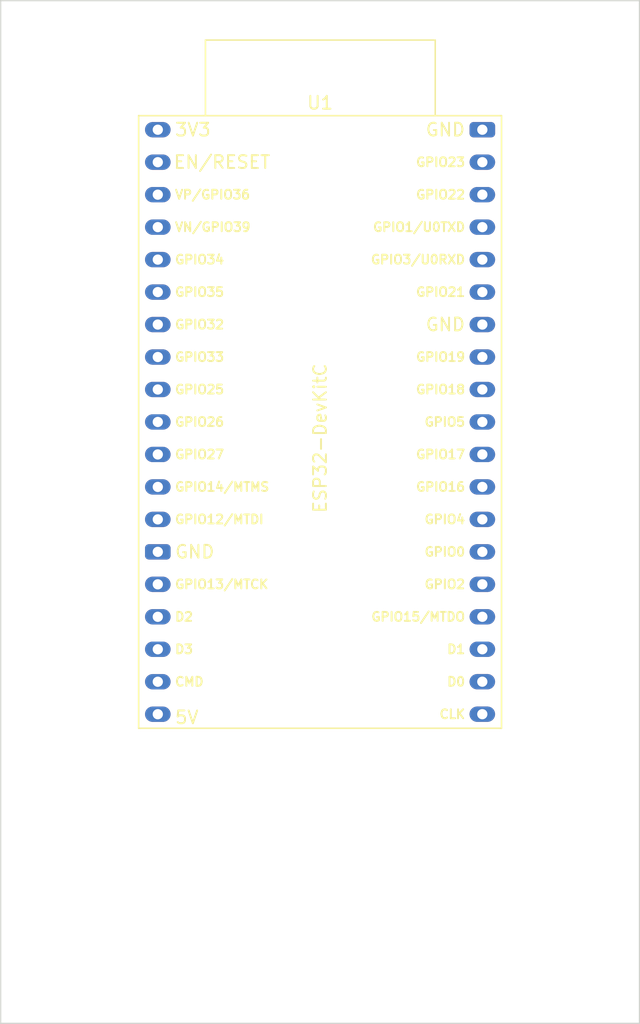
<source format=kicad_pcb>
(kicad_pcb (version 20211014) (generator pcbnew)
  (layers (0 "F.Cu" signal) (31 "B.Cu" signal) (34 "B.Paste" user) (35 "F.Paste" user) (36 "B.SilkS" user "B.Silkscreen") (37 "F.SilkS" user "F.Silkscreen") (38 "B.Mask" user) (39 "F.Mask" user) (44 "Edge.Cuts" user))
  (net 0 "")
  (net 14 "GND")
  (net 19 "+5V")
  (footprint "Espressif:ESP32-DevKitC" (layer "F.Cu") (at 127.29632 70.09384)
    (fp_text reference "U1" (at 12.70368 -2.09728) (layer "F.SilkS"))
    (fp_text value "ESP32-DevKitC" (at 12.70368 24.13272 90) (layer "F.SilkS"))
    (fp_text user "GND" (at 1.27368 33.02272 unlocked) (layer "F.SilkS") (effects (justify left)))
    (fp_text user "GND" (at 24.13368 0.00272 unlocked) (layer "F.SilkS") (effects (justify right)))
    (fp_text user "CMD" (at 1.27368 43.18272 unlocked) (layer "F.SilkS") (effects (font (size 0.7 0.7)) (justify left)))
    (fp_text user "D0" (at 24.13368 43.18272 unlocked) (layer "F.SilkS") (effects (font (size 0.7 0.7)) (justify right)))
    (fp_text user "D1" (at 24.13368 40.64272 unlocked) (layer "F.SilkS") (effects (font (size 0.7 0.7)) (justify right)))
    (fp_text user "GPIO27" (at 1.27368 25.40272 unlocked) (layer "F.SilkS") (effects (font (size 0.7 0.7)) (justify left)))
    (fp_text user "GPIO2" (at 24.13368 35.56272 unlocked) (layer "F.SilkS") (effects (font (size 0.7 0.7)) (justify right)))
    (fp_text user "GPIO17" (at 24.13368 25.40272 unlocked) (layer "F.SilkS") (effects (font (size 0.7 0.7)) (justify right)))
    (fp_text user "GPIO21" (at 24.13368 12.70272 unlocked) (layer "F.SilkS") (effects (font (size 0.7 0.7)) (justify right)))
    (fp_text user "VN/GPIO39" (at 1.27368 7.62272 unlocked) (layer "F.SilkS") (effects (font (size 0.7 0.7)) (justify left)))
    (fp_text user "GPIO14/MTMS" (at 1.27368 27.94272 unlocked) (layer "F.SilkS") (effects (font (size 0.7 0.7)) (justify left)))
    (fp_text user "GPIO16" (at 24.13368 27.94272 unlocked) (layer "F.SilkS") (effects (font (size 0.7 0.7)) (justify right)))
    (fp_text user "GPIO13/MTCK" (at 1.27368 35.56272 unlocked) (layer "F.SilkS") (effects (font (size 0.7 0.7)) (justify left)))
    (fp_text user "GPIO1/U0TXD" (at 24.13368 7.62272 unlocked) (layer "F.SilkS") (effects (font (size 0.7 0.7)) (justify right)))
    (fp_text user "VP/GPIO36" (at 1.27368 5.08272 unlocked) (layer "F.SilkS") (effects (font (size 0.7 0.7)) (justify left)))
    (fp_text user "3V3" (at 1.27368 0.00272 unlocked) (layer "F.SilkS") (effects (justify left)))
    (fp_text user "GPIO25" (at 1.27368 20.32272 unlocked) (layer "F.SilkS") (effects (font (size 0.7 0.7)) (justify left)))
    (fp_text user "GPIO18" (at 24.13368 20.32272 unlocked) (layer "F.SilkS") (effects (font (size 0.7 0.7)) (justify right)))
    (fp_text user "D2" (at 1.27368 38.10272 unlocked) (layer "F.SilkS") (effects (font (size 0.7 0.7)) (justify left)))
    (fp_text user "GPIO33" (at 1.27368 17.78272 unlocked) (layer "F.SilkS") (effects (font (size 0.7 0.7)) (justify left)))
    (fp_text user "GPIO3/U0RXD" (at 24.13368 10.16272 unlocked) (layer "F.SilkS") (effects (font (size 0.7 0.7)) (justify right)))
    (fp_text user "GPIO35" (at 1.27368 12.70272 unlocked) (layer "F.SilkS") (effects (font (size 0.7 0.7)) (justify left)))
    (fp_text user "GPIO19" (at 24.13368 17.78272 unlocked) (layer "F.SilkS") (effects (font (size 0.7 0.7)) (justify right)))
    (fp_text user "GPIO23" (at 24.13368 2.54272 unlocked) (layer "F.SilkS") (effects (font (size 0.7 0.7)) (justify right)))
    (fp_text user "GPIO34" (at 1.27368 10.16272 unlocked) (layer "F.SilkS") (effects (font (size 0.7 0.7)) (justify left)))
    (fp_text user "GPIO22" (at 24.13368 5.08272 unlocked) (layer "F.SilkS") (effects (font (size 0.7 0.7)) (justify right)))
    (fp_text user "5V" (at 1.27 45.974 unlocked) (layer "F.SilkS") (effects (justify left)))
    (fp_text user "GPIO32" (at 1.27368 15.24272 unlocked) (layer "F.SilkS") (effects (font (size 0.7 0.7)) (justify left)))
    (fp_text user "EN/RESET" (at 8.89 2.54 unlocked) (layer "F.SilkS") (effects (justify right)))
    (fp_text user "GPIO26" (at 1.27368 22.86272 unlocked) (layer "F.SilkS") (effects (font (size 0.7 0.7)) (justify left)))
    (fp_text user "GPIO5" (at 24.13368 22.86272 unlocked) (layer "F.SilkS") (effects (font (size 0.7 0.7)) (justify right)))
    (fp_text user "CLK" (at 24.13368 45.72272 unlocked) (layer "F.SilkS") (effects (font (size 0.7 0.7)) (justify right)))
    (fp_text user "GPIO4" (at 24.13368 30.48272 unlocked) (layer "F.SilkS") (effects (font (size 0.7 0.7)) (justify right)))
    (fp_text user "GPIO12/MTDI" (at 1.27368 30.48272 unlocked) (layer "F.SilkS") (effects (font (size 0.7 0.7)) (justify left)))
    (fp_text user "GND" (at 24.13368 15.24272 unlocked) (layer "F.SilkS") (effects (justify right)))
    (fp_text user "GPIO15/MTDO" (at 24.13368 38.10272 unlocked) (layer "F.SilkS") (effects (font (size 0.7 0.7)) (justify right)))
    (fp_text user "GPIO0" (at 24.13368 33.02272 unlocked) (layer "F.SilkS") (effects (font (size 0.7 0.7)) (justify right)))
    (fp_text user "D3" (at 1.27368 40.64272 unlocked) (layer "F.SilkS") (effects (font (size 0.7 0.7)) (justify left)))
    (fp_line (start 26.903679 46.82272) (end 26.90368 -1.09728) (layer "F.SilkS") (width 0.12))
    (fp_line (start -1.49632 46.82272) (end 26.903679 46.82272) (layer "F.SilkS") (width 0.12))
    (fp_line (start 21.717 -7.0104) (end 21.717 -1.1176) (layer "F.SilkS") (width 0.12))
    (fp_line (start 3.7338 -7.0104) (end 21.717 -7.0104) (layer "F.SilkS") (width 0.12))
    (fp_line (start 3.7338 -1.1176) (end 3.7338 -7.0104) (layer "F.SilkS") (width 0.12))
    (fp_line (start 26.90368 -1.09728) (end -1.496319 -1.09728) (layer "F.SilkS") (width 0.12))
    (fp_line (start -1.496319 -1.09728) (end -1.49632 46.82272) (layer "F.SilkS") (width 0.12))
    (pad "1" thru_hole oval locked (at 0.00368 0.00272 270) (size 1.2 2) (drill 0.8) (layers *.Cu *.Mask))
    (pad "2" thru_hole oval locked (at 0.00368 2.54272 270) (size 1.2 2) (drill 0.8) (layers *.Cu *.Mask))
    (pad "3" thru_hole oval locked (at 0.00368 5.08272 270) (size 1.2 2) (drill 0.8) (layers *.Cu *.Mask))
    (pad "4" thru_hole oval locked (at 0.00368 7.62272 270) (size 1.2 2) (drill 0.8) (layers *.Cu *.Mask))
    (pad "5" thru_hole oval locked (at 0.00368 10.16272 270) (size 1.2 2) (drill 0.8) (layers *.Cu *.Mask))
    (pad "6" thru_hole oval locked (at 0.00368 12.70272 270) (size 1.2 2) (drill 0.8) (layers *.Cu *.Mask))
    (pad "7" thru_hole oval locked (at 0.00368 15.24272 270) (size 1.2 2) (drill 0.8) (layers *.Cu *.Mask))
    (pad "8" thru_hole oval locked (at 0.00368 17.78272 270) (size 1.2 2) (drill 0.8) (layers *.Cu *.Mask))
    (pad "9" thru_hole oval locked (at 0.00368 20.32272 270) (size 1.2 2) (drill 0.8) (layers *.Cu *.Mask))
    (pad "10" thru_hole oval locked (at 0.00368 22.86272 270) (size 1.2 2) (drill 0.8) (layers *.Cu *.Mask))
    (pad "11" thru_hole oval locked (at 0.00368 25.40272 270) (size 1.2 2) (drill 0.8) (layers *.Cu *.Mask))
    (pad "12" thru_hole oval locked (at 0.00368 27.94272 270) (size 1.2 2) (drill 0.8) (layers *.Cu *.Mask))
    (pad "13" thru_hole oval locked (at 0.00368 30.48272 270) (size 1.2 2) (drill 0.8) (layers *.Cu *.Mask))
    (pad "14" thru_hole roundrect locked (at 0.00368 33.02272 270) (size 1.2 2) (drill 0.8) (layers *.Cu *.Mask) (net 14 "GND"))
    (pad "15" thru_hole oval locked (at 0.00368 35.56272 270) (size 1.2 2) (drill 0.8) (layers *.Cu *.Mask))
    (pad "16" thru_hole oval locked (at 0.00368 38.10272 270) (size 1.2 2) (drill 0.8) (layers *.Cu *.Mask))
    (pad "17" thru_hole oval locked (at 0.00368 40.64272 270) (size 1.2 2) (drill 0.8) (layers *.Cu *.Mask))
    (pad "18" thru_hole oval locked (at 0.00368 43.18272 270) (size 1.2 2) (drill 0.8) (layers *.Cu *.Mask))
    (pad "19" thru_hole oval locked (at 0.00368 45.72272 270) (size 1.2 2) (drill 0.8) (layers *.Cu *.Mask) (net 19 "+5V"))
    (pad "20" thru_hole oval locked (at 25.4 45.72 270) (size 1.2 2) (drill 0.8) (layers *.Cu *.Mask))
    (pad "21" thru_hole oval locked (at 25.4 43.18 270) (size 1.2 2) (drill 0.8) (layers *.Cu *.Mask))
    (pad "22" thru_hole oval locked (at 25.40368 40.64272 270) (size 1.2 2) (drill 0.8) (layers *.Cu *.Mask))
    (pad "23" thru_hole oval locked (at 25.40368 38.10272 270) (size 1.2 2) (drill 0.8) (layers *.Cu *.Mask))
    (pad "24" thru_hole oval locked (at 25.40368 35.56272 270) (size 1.2 2) (drill 0.8) (layers *.Cu *.Mask))
    (pad "25" thru_hole oval locked (at 25.40368 33.02272 270) (size 1.2 2) (drill 0.8) (layers *.Cu *.Mask))
    (pad "26" thru_hole oval locked (at 25.40368 30.48272 270) (size 1.2 2) (drill 0.8) (layers *.Cu *.Mask))
    (pad "27" thru_hole oval locked (at 25.40368 27.94272 270) (size 1.2 2) (drill 0.8) (layers *.Cu *.Mask))
    (pad "28" thru_hole oval locked (at 25.40368 25.40272 270) (size 1.2 2) (drill 0.8) (layers *.Cu *.Mask))
    (pad "29" thru_hole oval locked (at 25.40368 22.86272 270) (size 1.2 2) (drill 0.8) (layers *.Cu *.Mask))
    (pad "30" thru_hole oval locked (at 25.40368 20.32272 270) (size 1.2 2) (drill 0.8) (layers *.Cu *.Mask))
    (pad "31" thru_hole oval locked (at 25.40368 17.78272 270) (size 1.2 2) (drill 0.8) (layers *.Cu *.Mask))
    (pad "32" thru_hole oval locked (at 25.40368 15.24272 270) (size 1.2 2) (drill 0.8) (layers *.Cu *.Mask) (net 14 "GND"))
    (pad "33" thru_hole oval locked (at 25.40368 12.70272 270) (size 1.2 2) (drill 0.8) (layers *.Cu *.Mask))
    (pad "34" thru_hole oval locked (at 25.40368 10.16272 270) (size 1.2 2) (drill 0.8) (layers *.Cu *.Mask))
    (pad "35" thru_hole oval locked (at 25.40368 7.62272 270) (size 1.2 2) (drill 0.8) (layers *.Cu *.Mask))
    (pad "36" thru_hole oval locked (at 25.40368 5.08272 270) (size 1.2 2) (drill 0.8) (layers *.Cu *.Mask))
    (pad "37" thru_hole oval locked (at 25.40368 2.54272 270) (size 1.2 2) (drill 0.8) (layers *.Cu *.Mask))
    (pad "38" thru_hole roundrect locked (at 25.40368 0.00272 270) (size 1.2 2) (drill 0.8) (layers *.Cu *.Mask) (net 14 "GND"))
  )
  (gr_line (start 115 140) (end 115 60) (layer "Edge.Cuts") (width 0.1))
  (gr_line (start 115 60) (end 165 60) (layer "Edge.Cuts") (width 0.1))
  (gr_line (start 165 140) (end 115 140) (layer "Edge.Cuts") (width 0.1))
  (gr_line (start 165 60) (end 165 140) (layer "Edge.Cuts") (width 0.1))
)
</source>
